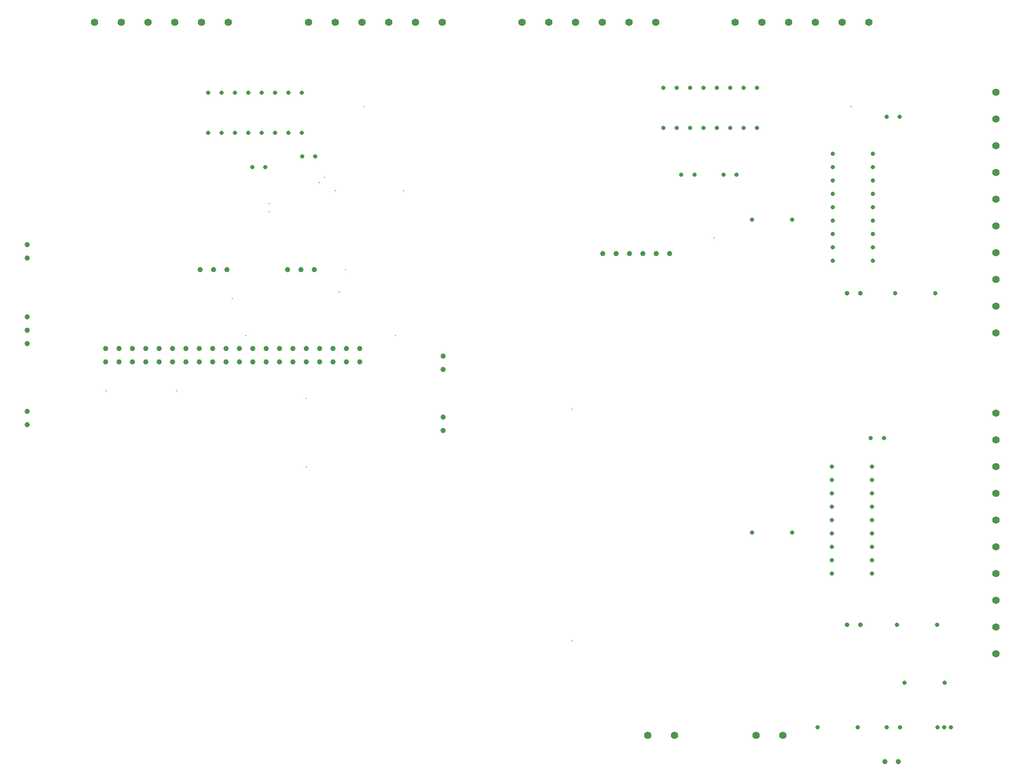
<source format=gbr>
%TF.GenerationSoftware,KiCad,Pcbnew,8.0.2*%
%TF.CreationDate,2024-07-09T15:07:07+02:00*%
%TF.ProjectId,PiADC-IO,50694144-432d-4494-9f2e-6b696361645f,1*%
%TF.SameCoordinates,Original*%
%TF.FileFunction,Plated,1,2,PTH,Drill*%
%TF.FilePolarity,Positive*%
%FSLAX46Y46*%
G04 Gerber Fmt 4.6, Leading zero omitted, Abs format (unit mm)*
G04 Created by KiCad (PCBNEW 8.0.2) date 2024-07-09 15:07:07*
%MOMM*%
%LPD*%
G01*
G04 APERTURE LIST*
%TA.AperFunction,ViaDrill*%
%ADD10C,0.300000*%
%TD*%
%TA.AperFunction,ComponentDrill*%
%ADD11C,0.800000*%
%TD*%
%TA.AperFunction,ComponentDrill*%
%ADD12C,0.900000*%
%TD*%
%TA.AperFunction,ComponentDrill*%
%ADD13C,1.000000*%
%TD*%
%TA.AperFunction,ComponentDrill*%
%ADD14C,1.400000*%
%TD*%
G04 APERTURE END LIST*
D10*
X52000000Y-95000000D03*
X65500000Y-95000000D03*
X76000000Y-77500000D03*
X78500000Y-84500000D03*
X83000000Y-59500000D03*
X83000000Y-61000000D03*
X90000000Y-96500000D03*
X90000000Y-109500000D03*
X92500000Y-55500000D03*
X93500000Y-54500000D03*
X95500000Y-57000000D03*
X96300000Y-76200000D03*
X97500000Y-72000000D03*
X101000000Y-41000000D03*
X107000000Y-84500000D03*
X108500000Y-57000000D03*
X140500000Y-98500000D03*
X140500000Y-142500000D03*
X167500000Y-66000000D03*
X193500000Y-41000000D03*
D11*
%TO.C,U2*%
X71420000Y-38380000D03*
X71420000Y-46000000D03*
X73960000Y-38380000D03*
X73960000Y-46000000D03*
X76500000Y-38380000D03*
X76500000Y-46000000D03*
X79040000Y-38380000D03*
X79040000Y-46000000D03*
%TO.C,C1*%
X79750000Y-52500000D03*
%TO.C,U2*%
X81580000Y-38380000D03*
X81580000Y-46000000D03*
%TO.C,C1*%
X82250000Y-52500000D03*
%TO.C,U2*%
X84120000Y-38380000D03*
X84120000Y-46000000D03*
X86660000Y-38380000D03*
X86660000Y-46000000D03*
X89200000Y-38380000D03*
X89200000Y-46000000D03*
%TO.C,C2*%
X89250000Y-50500000D03*
X91750000Y-50500000D03*
%TO.C,U3*%
X157880000Y-37500000D03*
X157880000Y-45120000D03*
X160420000Y-37500000D03*
X160420000Y-45120000D03*
%TO.C,C3*%
X161250000Y-54000000D03*
%TO.C,U3*%
X162960000Y-37500000D03*
X162960000Y-45120000D03*
%TO.C,C3*%
X163750000Y-54000000D03*
%TO.C,U3*%
X165500000Y-37500000D03*
X165500000Y-45120000D03*
X168040000Y-37500000D03*
X168040000Y-45120000D03*
%TO.C,C4*%
X169250000Y-54000000D03*
%TO.C,U3*%
X170580000Y-37500000D03*
X170580000Y-45120000D03*
%TO.C,C4*%
X171750000Y-54000000D03*
%TO.C,U3*%
X173120000Y-37500000D03*
X173120000Y-45120000D03*
%TO.C,R1*%
X174690000Y-62500000D03*
%TO.C,R3*%
X174690000Y-122000000D03*
%TO.C,U3*%
X175660000Y-37500000D03*
X175660000Y-45120000D03*
%TO.C,R1*%
X182310000Y-62500000D03*
%TO.C,R3*%
X182310000Y-122000000D03*
%TO.C,R6*%
X187190000Y-159000000D03*
%TO.C,U1*%
X189880000Y-109420000D03*
X189880000Y-111960000D03*
X189880000Y-114500000D03*
X189880000Y-117040000D03*
X189880000Y-119580000D03*
X189880000Y-122120000D03*
X189880000Y-124660000D03*
X189880000Y-127200000D03*
X189880000Y-129740000D03*
%TO.C,U5*%
X190000000Y-50000000D03*
X190000000Y-52540000D03*
X190000000Y-55080000D03*
X190000000Y-57620000D03*
X190000000Y-60160000D03*
X190000000Y-62700000D03*
X190000000Y-65240000D03*
X190000000Y-67780000D03*
X190000000Y-70320000D03*
%TO.C,R6*%
X194810000Y-159000000D03*
%TO.C,C6*%
X197250000Y-104000000D03*
%TO.C,U1*%
X197500000Y-109420000D03*
X197500000Y-111960000D03*
X197500000Y-114500000D03*
X197500000Y-117040000D03*
X197500000Y-119580000D03*
X197500000Y-122120000D03*
X197500000Y-124660000D03*
X197500000Y-127200000D03*
X197500000Y-129740000D03*
%TO.C,U5*%
X197620000Y-50000000D03*
X197620000Y-52540000D03*
X197620000Y-55080000D03*
X197620000Y-57620000D03*
X197620000Y-60160000D03*
X197620000Y-62700000D03*
X197620000Y-65240000D03*
X197620000Y-67780000D03*
X197620000Y-70320000D03*
%TO.C,C6*%
X199750000Y-104000000D03*
%TO.C,D2*%
X200235000Y-159000000D03*
%TO.C,C5*%
X200250000Y-43000000D03*
%TO.C,R2*%
X201880000Y-76500000D03*
%TO.C,R4*%
X202190000Y-139500000D03*
%TO.C,C5*%
X202750000Y-43000000D03*
%TO.C,D2*%
X202775000Y-159000000D03*
%TO.C,R5*%
X203690000Y-150500000D03*
%TO.C,R2*%
X209500000Y-76500000D03*
%TO.C,R4*%
X209810000Y-139500000D03*
%TO.C,Q1*%
X209960000Y-159000000D03*
X211230000Y-159000000D03*
%TO.C,R5*%
X211310000Y-150500000D03*
%TO.C,Q1*%
X212500000Y-159000000D03*
D12*
%TO.C,D3*%
X192725000Y-76500000D03*
%TO.C,D1*%
X192725000Y-139500000D03*
%TO.C,D3*%
X195265000Y-76500000D03*
%TO.C,D1*%
X195265000Y-139500000D03*
D13*
%TO.C,J4*%
X37000000Y-67235000D03*
X37000000Y-69775000D03*
%TO.C,J1*%
X37000000Y-81000000D03*
X37000000Y-83540000D03*
X37000000Y-86080000D03*
%TO.C,J3*%
X37000000Y-98960000D03*
X37000000Y-101500000D03*
%TO.C,J15*%
X51920000Y-87000000D03*
X51920000Y-89540000D03*
X54460000Y-87000000D03*
X54460000Y-89540000D03*
X57000000Y-87000000D03*
X57000000Y-89540000D03*
X59540000Y-87000000D03*
X59540000Y-89540000D03*
X62080000Y-87000000D03*
X62080000Y-89540000D03*
X64620000Y-87000000D03*
X64620000Y-89540000D03*
X67160000Y-87000000D03*
X67160000Y-89540000D03*
X69700000Y-87000000D03*
X69700000Y-89540000D03*
%TO.C,J6*%
X69920000Y-72000000D03*
%TO.C,J15*%
X72240000Y-87000000D03*
X72240000Y-89540000D03*
%TO.C,J6*%
X72460000Y-72000000D03*
%TO.C,J15*%
X74780000Y-87000000D03*
X74780000Y-89540000D03*
%TO.C,J6*%
X75000000Y-72000000D03*
%TO.C,J15*%
X77320000Y-87000000D03*
X77320000Y-89540000D03*
X79860000Y-87000000D03*
X79860000Y-89540000D03*
X82400000Y-87000000D03*
X82400000Y-89540000D03*
X84940000Y-87000000D03*
X84940000Y-89540000D03*
%TO.C,J17*%
X86475000Y-72000000D03*
%TO.C,J15*%
X87480000Y-87000000D03*
X87480000Y-89540000D03*
%TO.C,J17*%
X89015000Y-72000000D03*
%TO.C,J15*%
X90020000Y-87000000D03*
X90020000Y-89540000D03*
%TO.C,J17*%
X91555000Y-72000000D03*
%TO.C,J15*%
X92560000Y-87000000D03*
X92560000Y-89540000D03*
X95100000Y-87000000D03*
X95100000Y-89540000D03*
X97640000Y-87000000D03*
X97640000Y-89540000D03*
X100180000Y-87000000D03*
X100180000Y-89540000D03*
%TO.C,J19*%
X116000000Y-88460000D03*
X116000000Y-91000000D03*
%TO.C,J18*%
X116000000Y-100000000D03*
X116000000Y-102540000D03*
%TO.C,J20*%
X146340000Y-69000000D03*
X148880000Y-69000000D03*
X151420000Y-69000000D03*
X153960000Y-69000000D03*
X156500000Y-69000000D03*
X159040000Y-69000000D03*
%TO.C,J22*%
X199960000Y-165500000D03*
X202500000Y-165500000D03*
D14*
%TO.C,J10*%
X49800000Y-25000000D03*
X54880000Y-25000000D03*
X59960000Y-25000000D03*
X65040000Y-25000000D03*
X70120000Y-25000000D03*
X75200000Y-25000000D03*
%TO.C,J11*%
X90500000Y-25000000D03*
X95580000Y-25000000D03*
X100660000Y-25000000D03*
X105740000Y-25000000D03*
X110820000Y-25000000D03*
X115900000Y-25000000D03*
%TO.C,J8*%
X131000000Y-25000000D03*
X136080000Y-25000000D03*
X141160000Y-25000000D03*
X146240000Y-25000000D03*
X151320000Y-25000000D03*
%TO.C,J21*%
X154920000Y-160500000D03*
%TO.C,J8*%
X156400000Y-25000000D03*
%TO.C,J21*%
X160000000Y-160500000D03*
%TO.C,J9*%
X171500000Y-25000000D03*
%TO.C,J16*%
X175500000Y-160500000D03*
%TO.C,J9*%
X176580000Y-25000000D03*
%TO.C,J16*%
X180580000Y-160500000D03*
%TO.C,J9*%
X181660000Y-25000000D03*
X186740000Y-25000000D03*
X191820000Y-25000000D03*
X196900000Y-25000000D03*
%TO.C,J5*%
X221000000Y-38280000D03*
X221000000Y-43360000D03*
X221000000Y-48440000D03*
X221000000Y-53520000D03*
X221000000Y-58600000D03*
X221000000Y-63680000D03*
X221000000Y-68760000D03*
X221000000Y-73840000D03*
X221000000Y-78920000D03*
X221000000Y-84000000D03*
%TO.C,J13*%
X221000000Y-99280000D03*
X221000000Y-104360000D03*
X221000000Y-109440000D03*
X221000000Y-114520000D03*
X221000000Y-119600000D03*
X221000000Y-124680000D03*
X221000000Y-129760000D03*
X221000000Y-134840000D03*
X221000000Y-139920000D03*
X221000000Y-145000000D03*
M02*

</source>
